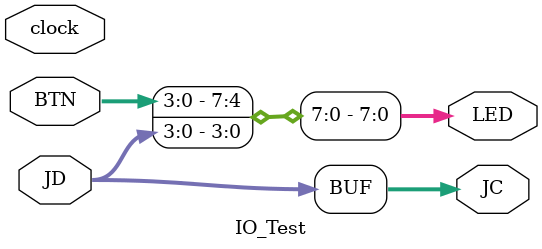
<source format=v>
module IO_Test(
    input clock,
    input [3:0] JD,
    input [3:0] BTN,
    output [7:4] JC,
    output [15:0] LED
);

assign LED[3:0] = JD[3:0];
assign LED[7:4] = BTN[3:0];
assign JC[7:4] = LED[3:0];

// wire LED_SIGNAL = JD[0]



endmodule
</source>
